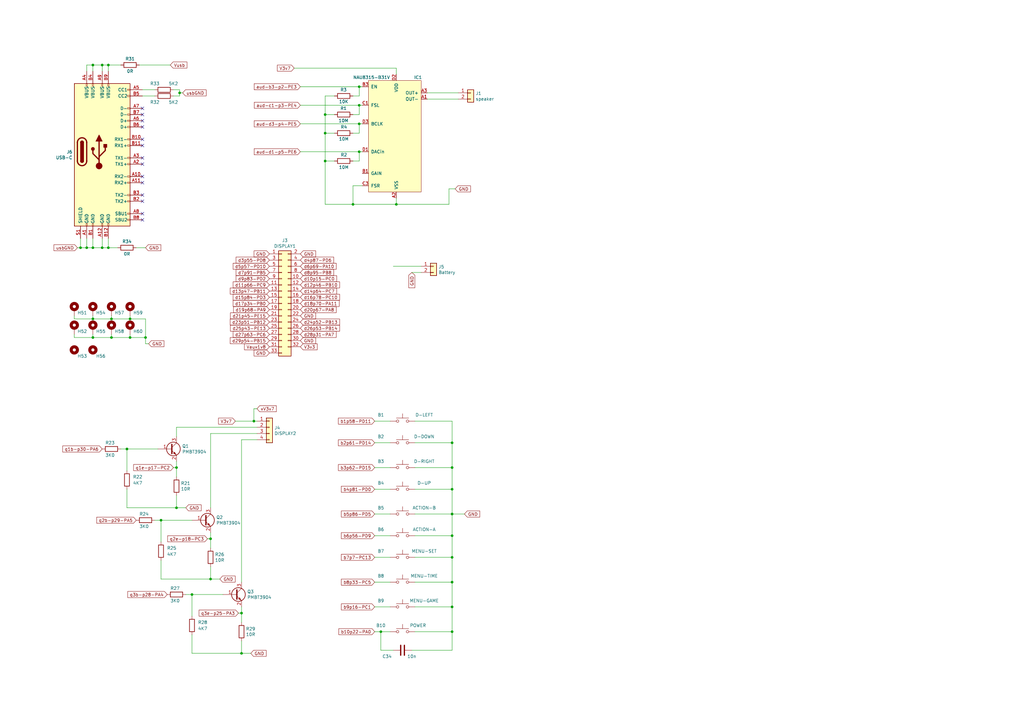
<source format=kicad_sch>
(kicad_sch (version 20230121) (generator eeschema)
  (paper "A3")
  (title_block (title "G&W") (date "2021-01-03") (rev "1V2") (company "github.com/Upcycle-Electronics/game-and-watch-hardware") (comment 1 "Licensed under the MIT License.") (comment 2 "Copyright (c) 2021 Jake Little"))
  (lib_symbols
    (symbol "Connector_Generic:Conn_01x02" (pin_names (offset 1.016) hide)
      (property "Reference" "J" (at 0 2.54 0))
      (property "Value" "Conn_01x02" (at 0 -5.08 0))
      (symbol "Conn_01x02_1_1"
        (rectangle (start -1.27 -2.413) (end 0 -2.667) (stroke (width 0.1524)))
        (rectangle (start -1.27 0.127) (end 0 -0.127) (stroke (width 0.1524)))
        (rectangle (start -1.27 1.27) (end 1.27 -3.81) (stroke (width 0.254)) (fill (type background)))
        (pin passive line (at -5.08 0 0) (length 3.81) (name "Pin_1") (number "1"))
        (pin passive line (at -5.08 -2.54 0) (length 3.81) (name "Pin_2") (number "2"))
      )
    )
    (symbol "Connector_Generic:Conn_01x04" (pin_names (offset 1.016) hide)
      (property "Reference" "J" (at 0 5.08 0))
      (property "Value" "Conn_01x04" (at 0 -7.62 0))
      (symbol "Conn_01x04_1_1"
        (rectangle (start -1.27 -4.953) (end 0 -5.207) (stroke (width 0.1524)))
        (rectangle (start -1.27 -2.413) (end 0 -2.667) (stroke (width 0.1524)))
        (rectangle (start -1.27 0.127) (end 0 -0.127) (stroke (width 0.1524)))
        (rectangle (start -1.27 2.667) (end 0 2.413) (stroke (width 0.1524)))
        (rectangle (start -1.27 3.81) (end 1.27 -6.35) (stroke (width 0.254)) (fill (type background)))
        (pin passive line (at -5.08 2.54 0) (length 3.81) (name "Pin_1") (number "1"))
        (pin passive line (at -5.08 0 0) (length 3.81) (name "Pin_2") (number "2"))
        (pin passive line (at -5.08 -2.54 0) (length 3.81) (name "Pin_3") (number "3"))
        (pin passive line (at -5.08 -5.08 0) (length 3.81) (name "Pin_4") (number "4"))
      )
    )
    (symbol "Connector_Generic:Conn_2Rows-33Pins" (pin_names (offset 1.016) hide)
      (property "Reference" "J" (at 1.27 22.86 0))
      (property "Value" "Conn_2Rows-33Pins" (at 1.27 -22.86 0))
      (symbol "Conn_2Rows-33Pins_1_1"
        (rectangle (start -1.27 -20.193) (end 0 -20.447) (stroke (width 0.1524)))
        (rectangle (start -1.27 -17.653) (end 0 -17.907) (stroke (width 0.1524)))
        (rectangle (start -1.27 -15.113) (end 0 -15.367) (stroke (width 0.1524)))
        (rectangle (start -1.27 -12.573) (end 0 -12.827) (stroke (width 0.1524)))
        (rectangle (start -1.27 -10.033) (end 0 -10.287) (stroke (width 0.1524)))
        (rectangle (start -1.27 -7.493) (end 0 -7.747) (stroke (width 0.1524)))
        (rectangle (start -1.27 -4.953) (end 0 -5.207) (stroke (width 0.1524)))
        (rectangle (start -1.27 -2.413) (end 0 -2.667) (stroke (width 0.1524)))
        (rectangle (start -1.27 0.127) (end 0 -0.127) (stroke (width 0.1524)))
        (rectangle (start -1.27 2.667) (end 0 2.413) (stroke (width 0.1524)))
        (rectangle (start -1.27 5.207) (end 0 4.953) (stroke (width 0.1524)))
        (rectangle (start -1.27 7.747) (end 0 7.493) (stroke (width 0.1524)))
        (rectangle (start -1.27 10.287) (end 0 10.033) (stroke (width 0.1524)))
        (rectangle (start -1.27 12.827) (end 0 12.573) (stroke (width 0.1524)))
        (rectangle (start -1.27 15.367) (end 0 15.113) (stroke (width 0.1524)))
        (rectangle (start -1.27 17.907) (end 0 17.653) (stroke (width 0.1524)))
        (rectangle (start -1.27 20.447) (end 0 20.193) (stroke (width 0.1524)))
        (rectangle (start -1.27 21.59) (end 3.81 -21.59) (stroke (width 0.254)) (fill (type background)))
        (rectangle (start 3.81 -17.653) (end 2.54 -17.907) (stroke (width 0.1524)))
        (rectangle (start 3.81 -15.113) (end 2.54 -15.367) (stroke (width 0.1524)))
        (rectangle (start 3.81 -12.573) (end 2.54 -12.827) (stroke (width 0.1524)))
        (rectangle (start 3.81 -10.033) (end 2.54 -10.287) (stroke (width 0.1524)))
        (rectangle (start 3.81 -7.493) (end 2.54 -7.747) (stroke (width 0.1524)))
        (rectangle (start 3.81 -4.953) (end 2.54 -5.207) (stroke (width 0.1524)))
        (rectangle (start 3.81 -2.413) (end 2.54 -2.667) (stroke (width 0.1524)))
        (rectangle (start 3.81 0.127) (end 2.54 -0.127) (stroke (width 0.1524)))
        (rectangle (start 3.81 2.667) (end 2.54 2.413) (stroke (width 0.1524)))
        (rectangle (start 3.81 5.207) (end 2.54 4.953) (stroke (width 0.1524)))
        (rectangle (start 3.81 7.747) (end 2.54 7.493) (stroke (width 0.1524)))
        (rectangle (start 3.81 10.287) (end 2.54 10.033) (stroke (width 0.1524)))
        (rectangle (start 3.81 12.827) (end 2.54 12.573) (stroke (width 0.1524)))
        (rectangle (start 3.81 15.367) (end 2.54 15.113) (stroke (width 0.1524)))
        (rectangle (start 3.81 17.907) (end 2.54 17.653) (stroke (width 0.1524)))
        (rectangle (start 3.81 20.447) (end 2.54 20.193) (stroke (width 0.1524)))
        (pin passive line (at -5.08 20.32 0) (length 3.81) (name "Pin_1") (number "1"))
        (pin passive line (at 7.62 10.16 180) (length 3.81) (name "Pin_10") (number "10"))
        (pin passive line (at -5.08 7.62 0) (length 3.81) (name "Pin_11") (number "11"))
        (pin passive line (at 7.62 7.62 180) (length 3.81) (name "Pin_12") (number "12"))
        (pin passive line (at -5.08 5.08 0) (length 3.81) (name "Pin_13") (number "13"))
        (pin passive line (at 7.62 5.08 180) (length 3.81) (name "Pin_14") (number "14"))
        (pin passive line (at -5.08 2.54 0) (length 3.81) (name "Pin_15") (number "15"))
        (pin passive line (at 7.62 2.54 180) (length 3.81) (name "Pin_16") (number "16"))
        (pin passive line (at -5.08 0 0) (length 3.81) (name "Pin_17") (number "17"))
        (pin passive line (at 7.62 0 180) (length 3.81) (name "Pin_18") (number "18"))
        (pin passive line (at -5.08 -2.54 0) (length 3.81) (name "Pin_19") (number "19"))
        (pin passive line (at 7.62 20.32 180) (length 3.81) (name "Pin_2") (number "2"))
        (pin passive line (at 7.62 -2.54 180) (length 3.81) (name "Pin_20") (number "20"))
        (pin passive line (at -5.08 -5.08 0) (length 3.81) (name "Pin_21") (number "21"))
        (pin passive line (at 7.62 -5.08 180) (length 3.81) (name "Pin_22") (number "22"))
        (pin passive line (at -5.08 -7.62 0) (length 3.81) (name "Pin_23") (number "23"))
        (pin passive line (at 7.62 -7.62 180) (length 3.81) (name "Pin_24") (number "24"))
        (pin passive line (at -5.08 -10.16 0) (length 3.81) (name "Pin_25") (number "25"))
        (pin passive line (at 7.62 -10.16 180) (length 3.81) (name "Pin_26") (number "26"))
        (pin passive line (at -5.08 -12.7 0) (length 3.81) (name "Pin_27") (number "27"))
        (pin passive line (at 7.62 -12.7 180) (length 3.81) (name "Pin_28") (number "28"))
        (pin passive line (at -5.08 -15.24 0) (length 3.81) (name "Pin_29") (number "29"))
        (pin passive line (at -5.08 17.78 0) (length 3.81) (name "Pin_3") (number "3"))
        (pin passive line (at 7.62 -15.24 180) (length 3.81) (name "Pin_30") (number "30"))
        (pin passive line (at -5.08 -17.78 0) (length 3.81) (name "Pin_31") (number "31"))
        (pin passive line (at 7.62 -17.78 180) (length 3.81) (name "Pin_32") (number "32"))
        (pin passive line (at -5.08 -20.32 0) (length 3.81) (name "Pin_33") (number "33"))
        (pin passive line (at 7.62 17.78 180) (length 3.81) (name "Pin_4") (number "4"))
        (pin passive line (at -5.08 15.24 0) (length 3.81) (name "Pin_5") (number "5"))
        (pin passive line (at 7.62 15.24 180) (length 3.81) (name "Pin_6") (number "6"))
        (pin passive line (at -5.08 12.7 0) (length 3.81) (name "Pin_7") (number "7"))
        (pin passive line (at 7.62 12.7 180) (length 3.81) (name "Pin_8") (number "8"))
        (pin passive line (at -5.08 10.16 0) (length 3.81) (name "Pin_9") (number "9"))
      )
    )
    (symbol "Device:C" (pin_numbers hide) (pin_names (offset 0.254))
      (property "Reference" "C" (at 0.635 2.54 0))
      (property "Value" "C" (at 0.635 -2.54 0))
      (symbol "C_0_1"
        (polyline (pts (xy -2.032 -0.762) (xy 2.032 -0.762)) (stroke (width 0.508)))
        (polyline (pts (xy -2.032 0.762) (xy 2.032 0.762)) (stroke (width 0.508)))
      )
      (symbol "C_1_1"
        (pin passive line (at 0 3.81 270) (length 2.794) (name "~") (number "1"))
        (pin passive line (at 0 -3.81 90) (length 2.794) (name "~") (number "2"))
      )
    )
    (symbol "Device:R" (pin_numbers hide) (pin_names (offset 0))
      (property "Reference" "R" (at 2.032 0 90))
      (property "Value" "R" (at 0 0 90))
      (symbol "R_0_1"
        (rectangle (start -1.016 -2.54) (end 1.016 2.54) (stroke (width 0.254)))
      )
      (symbol "R_1_1"
        (pin passive line (at 0 3.81 270) (length 1.27) (name "~") (number "1"))
        (pin passive line (at 0 -3.81 90) (length 1.27) (name "~") (number "2"))
      )
    )
    (symbol "Mechanical:MountingHole" (pin_names (offset 1.016))
      (property "Reference" "H" (at 0 5.08 0))
      (property "Value" "MountingHole" (at 0 3.175 0))
      (symbol "MountingHole_0_1"
        (circle (center 0 0) (radius 1.27) (stroke (width 1.27)))
      )
    )
    (symbol "Mechanical:MountingHole_Pad" (pin_numbers hide) (pin_names (offset 1.016) hide)
      (property "Reference" "H" (at 0 6.35 0))
      (property "Value" "MountingHole_Pad" (at 0 4.445 0))
      (symbol "MountingHole_Pad_0_1"
        (circle (center 0 1.27) (radius 1.27) (stroke (width 1.27)))
      )
      (symbol "MountingHole_Pad_1_1"
        (pin input line (at 0 -2.54 90) (length 2.54) (name "1") (number "1"))
      )
    )
    (symbol "Switch:SW_Push" (pin_numbers hide) (pin_names (offset 1.016) hide)
      (property "Reference" "SW" (at 1.27 2.54 0))
      (property "Value" "SW_Push" (at 0 -1.524 0))
      (symbol "SW_Push_0_1"
        (circle (center -2.032 0) (radius 0.508))
        (polyline (pts (xy 0 1.27) (xy 0 3.048)))
        (polyline (pts (xy 2.54 1.27) (xy -2.54 1.27)))
        (circle (center 2.032 0) (radius 0.508))
        (pin passive line (at -5.08 0 0) (length 2.54) (name "1") (number "1"))
        (pin passive line (at 5.08 0 180) (length 2.54) (name "2") (number "2"))
      )
    )
    (symbol "Transistor_BJT:MMBT3904" (pin_names (offset 0) hide)
      (property "Reference" "Q" (at 5.08 1.905 0))
      (property "Value" "MMBT3904" (at 5.08 0 0))
      (symbol "MMBT3904_0_1"
        (polyline (pts (xy 0.635 0.635) (xy 2.54 2.54)))
        (polyline (pts (xy 0.635 -0.635) (xy 2.54 -2.54) (xy 2.54 -2.54)))
        (polyline (pts (xy 0.635 1.905) (xy 0.635 -1.905) (xy 0.635 -1.905)) (stroke (width 0.508)))
        (polyline (pts (xy 1.27 -1.778) (xy 1.778 -1.27) (xy 2.286 -2.286) (xy 1.27 -1.778) (xy 1.27 -1.778)) (fill (type outline)))
        (circle (center 1.27 0) (radius 2.8194) (stroke (width 0.254)))
      )
      (symbol "MMBT3904_1_1"
        (pin input line (at -5.08 0 0) (length 5.715) (name "B") (number "1"))
        (pin passive line (at 2.54 -5.08 90) (length 2.54) (name "E") (number "2"))
        (pin passive line (at 2.54 5.08 270) (length 2.54) (name "C") (number "3"))
      )
    )
    (symbol "gnw_library:NAU8315" (pin_names (offset 1.016))
      (property "Reference" "IC" (at 7.62 15.24 0))
      (property "Value" "gnw_library_NAU8315" (at 7.62 15.24 0))
      (symbol "NAU8315_0_1"
        (rectangle (start -11.43 13.97) (end 10.16 -31.75) (fill (type background)))
      )
      (symbol "NAU8315_1_1"
        (pin output line (at 12.7 6.35 180) (length 2.54) (name "OUT-") (number "A1"))
        (pin power_in line (at 0 -34.29 90) (length 2.54) (name "VSS") (number "A2"))
        (pin output line (at 12.7 8.89 180) (length 2.54) (name "OUT+") (number "A3"))
        (pin input line (at -13.97 -24.13 0) (length 2.54) (name "GAIN") (number "B1"))
        (pin passive line (at 0 16.51 270) (length 2.54) hide (name "VDD") (number "B2"))
        (pin power_in line (at -13.97 11.43 0) (length 2.54) (name "EN") (number "B3"))
        (pin input line (at -13.97 3.81 0) (length 2.54) (name "FSL") (number "C1"))
        (pin passive line (at 0 16.51 270) (length 2.54) hide (name "VDD") (number "C2"))
        (pin input line (at -13.97 -29.21 0) (length 2.54) (name "FSR") (number "C3"))
        (pin input line (at -13.97 -15.24 0) (length 2.54) (name "DACin") (number "D1"))
        (pin power_in line (at 0 16.51 270) (length 2.54) (name "VDD") (number "D2"))
        (pin input line (at -13.97 -3.81 0) (length 2.54) (name "BCLK") (number "D3"))
      )
    )
    (symbol "gnw_library:USB-C" (pin_names (offset 1.016))
      (property "Reference" "U" (at -1.27 17.78 0))
      (property "Value" "gnw_library_USB-C" (at -1.27 17.78 0))
      (symbol "USB-C_1_1"
        (rectangle (start -11.43 27.94) (end 11.43 -30.48) (stroke (width 0.254)) (fill (type background)))
        (arc (start -10.16 -3.81) (mid -8.255 -5.7067) (end -6.35 -3.81) (stroke (width 0.508)))
        (arc (start -8.89 -3.81) (mid -8.255 -4.4423) (end -7.62 -3.81) (stroke (width 0.254)))
        (arc (start -8.89 -3.81) (mid -8.255 -4.4423) (end -7.62 -3.81) (stroke (width 0.254)) (fill (type outline)))
        (rectangle (start -8.89 -3.81) (end -7.62 3.81) (stroke (width 0.254)) (fill (type outline)))
        (arc (start -7.62 3.81) (mid -8.255 4.4423) (end -8.89 3.81) (stroke (width 0.254)))
        (arc (start -7.62 3.81) (mid -8.255 4.4423) (end -8.89 3.81) (stroke (width 0.254)) (fill (type outline)))
        (rectangle (start -6.604 -30.48) (end -6.096 -29.464))
        (rectangle (start -6.604 26.924) (end -6.096 27.94))
        (arc (start -6.35 3.81) (mid -8.255 5.7067) (end -10.16 3.81) (stroke (width 0.508)))
        (rectangle (start -4.064 -30.48) (end -3.556 -29.464))
        (rectangle (start -4.064 26.924) (end -3.556 27.94))
        (circle (center -3.81 1.143) (radius 0.635) (stroke (width 0.254)) (fill (type outline)))
        (circle (center -1.27 -5.842) (radius 1.27) (fill (type outline)))
        (rectangle (start -0.254 -30.48) (end 0.254 -29.464))
        (rectangle (start -0.254 26.924) (end 0.254 27.94))
        (polyline (pts (xy -10.16 -3.81) (xy -10.16 3.81)) (stroke (width 0.508)))
        (polyline (pts (xy -6.35 3.81) (xy -6.35 -3.81)) (stroke (width 0.508)))
        (polyline (pts (xy -1.27 -5.842) (xy -1.27 4.318)) (stroke (width 0.508)))
        (polyline (pts (xy -1.27 -3.302) (xy -3.81 -0.762) (xy -3.81 0.508)) (stroke (width 0.508)))
        (polyline (pts (xy -1.27 -2.032) (xy 1.27 0.508) (xy 1.27 1.778)) (stroke (width 0.508)))
        (polyline (pts (xy -2.54 4.318) (xy -1.27 6.858) (xy 0 4.318) (xy -2.54 4.318)) (stroke (width 0.254)) (fill (type outline)))
        (rectangle (start 0.635 1.778) (end 1.905 3.048) (stroke (width 0.254)) (fill (type outline)))
        (rectangle (start 2.286 -30.48) (end 2.794 -29.464))
        (rectangle (start 2.286 26.924) (end 2.794 27.94))
        (rectangle (start 11.43 -27.686) (end 10.414 -28.194))
        (rectangle (start 11.43 -25.146) (end 10.414 -25.654))
        (rectangle (start 11.43 -20.066) (end 10.414 -20.574))
        (rectangle (start 11.43 -17.526) (end 10.414 -18.034))
        (rectangle (start 11.43 -12.446) (end 10.414 -12.954))
        (rectangle (start 11.43 -9.906) (end 10.414 -10.414))
        (rectangle (start 11.43 -4.826) (end 10.414 -5.334))
        (rectangle (start 11.43 -2.286) (end 10.414 -2.794))
        (rectangle (start 11.43 2.794) (end 10.414 2.286))
        (rectangle (start 11.43 5.334) (end 10.414 4.826))
        (rectangle (start 11.43 10.414) (end 10.414 9.906))
        (rectangle (start 11.43 12.954) (end 10.414 12.446))
        (rectangle (start 11.43 15.494) (end 10.414 14.986))
        (rectangle (start 11.43 18.034) (end 10.414 17.526))
        (rectangle (start 11.43 23.114) (end 10.414 22.606))
        (rectangle (start 11.43 25.654) (end 10.414 25.146))
        (pin passive line (at -6.35 -35.56 90) (length 5.08) (name "GND") (number "A1"))
        (pin bidirectional line (at 16.51 -10.16 180) (length 5.08) (name "RX2-") (number "A10"))
        (pin bidirectional line (at 16.51 -12.7 180) (length 5.08) (name "RX2+") (number "A11"))
        (pin passive line (at 0 -35.56 90) (length 5.08) (name "GND") (number "A12"))
        (pin bidirectional line (at 16.51 -5.08 180) (length 5.08) (name "TX1+") (number "A2"))
        (pin bidirectional line (at 16.51 -2.54 180) (length 5.08) (name "TX1-") (number "A3"))
        (pin passive line (at -6.35 33.02 270) (length 5.08) (name "VBUS") (number "A4"))
        (pin bidirectional line (at 16.51 25.4 180) (length 5.08) (name "CC1") (number "A5"))
        (pin bidirectional line (at 16.51 12.7 180) (length 5.08) (name "D+") (number "A6"))
        (pin bidirectional line (at 16.51 17.78 180) (length 5.08) (name "D-") (number "A7"))
        (pin bidirectional line (at 16.51 -25.4 180) (length 5.08) (name "SBU1") (number "A8"))
        (pin passive line (at 0 33.02 270) (length 5.08) (name "VBUS") (number "A9"))
        (pin passive line (at -3.81 -35.56 90) (length 5.08) (name "GND") (number "B1"))
        (pin bidirectional line (at 16.51 5.08 180) (length 5.08) (name "RX1-") (number "B10"))
        (pin bidirectional line (at 16.51 2.54 180) (length 5.08) (name "RX1+") (number "B11"))
        (pin passive line (at 2.54 -35.56 90) (length 5.08) (name "GND") (number "B12"))
        (pin bidirectional line (at 16.51 -20.32 180) (length 5.08) (name "TX2+") (number "B2"))
        (pin bidirectional line (at 16.51 -17.78 180) (length 5.08) (name "TX2-") (number "B3"))
        (pin passive line (at -3.81 33.02 270) (length 5.08) (name "VBUS") (number "B4"))
        (pin bidirectional line (at 16.51 22.86 180) (length 5.08) (name "CC2") (number "B5"))
        (pin bidirectional line (at 16.51 10.16 180) (length 5.08) (name "D+") (number "B6"))
        (pin bidirectional line (at 16.51 15.24 180) (length 5.08) (name "D-") (number "B7"))
        (pin bidirectional line (at 16.51 -27.94 180) (length 5.08) (name "SBU2") (number "B8"))
        (pin passive line (at 2.54 33.02 270) (length 5.08) (name "VBUS") (number "B9"))
        (pin passive line (at -8.89 -35.56 90) (length 5.08) (name "SHIELD") (number "S1"))
      )
    )
  )
  (junction (at 133.35 54.61))
  (junction (at 147.32 43.18))
  (junction (at 104.14 172.72))
  (junction (at 147.32 50.8))
  (junction (at 185.42 238.76))
  (junction (at 35.56 101.6))
  (junction (at 44.45 26.67))
  (junction (at 52.07 184.15))
  (junction (at 133.35 66.04))
  (junction (at 185.42 181.61))
  (junction (at 147.32 62.23))
  (junction (at 156.21 259.08))
  (junction (at 45.72 138.43))
  (junction (at 99.06 267.97))
  (junction (at 41.91 101.6))
  (junction (at 147.32 35.56))
  (junction (at 78.74 243.84))
  (junction (at 133.35 46.99))
  (junction (at 185.42 259.08))
  (junction (at 185.42 210.82))
  (junction (at 33.02 101.6))
  (junction (at 59.69 138.43))
  (junction (at 144.78 83.82))
  (junction (at 38.1 138.43))
  (junction (at 38.1 130.81))
  (junction (at 99.06 251.46))
  (junction (at 45.72 130.81))
  (junction (at 185.42 219.71))
  (junction (at 86.36 237.49))
  (junction (at 41.91 26.67))
  (junction (at 185.42 200.66))
  (junction (at 72.39 191.77))
  (junction (at 72.39 208.28))
  (junction (at 53.34 130.81))
  (junction (at 44.45 101.6))
  (junction (at 53.34 138.43))
  (junction (at 185.42 191.77))
  (junction (at 73.66 38.1))
  (junction (at 162.56 83.82))
  (junction (at 185.42 228.6))
  (junction (at 86.36 220.98))
  (junction (at 38.1 101.6))
  (junction (at 66.04 213.36))
  (junction (at 38.1 26.67))
  (junction (at 185.42 248.92))
  (no_connect (at 58.42 44.45))
  (no_connect (at 58.42 57.15))
  (no_connect (at 58.42 67.31))
  (no_connect (at 58.42 80.01))
  (no_connect (at 58.42 82.55))
  (no_connect (at 58.42 74.93))
  (no_connect (at 58.42 52.07))
  (no_connect (at 58.42 90.17))
  (no_connect (at 58.42 46.99))
  (no_connect (at 58.42 49.53))
  (no_connect (at 58.42 87.63))
  (no_connect (at 58.42 72.39))
  (no_connect (at 58.42 59.69))
  (no_connect (at 58.42 64.77))
  (wire (pts (xy 120.65 27.94) (xy 162.56 27.94)))
  (wire (pts (xy 45.72 129.54) (xy 45.72 130.81)))
  (wire (pts (xy 66.04 222.25) (xy 66.04 213.36)))
  (wire (pts (xy 144.78 39.37) (xy 147.32 39.37)))
  (wire (pts (xy 170.18 219.71) (xy 185.42 219.71)))
  (wire (pts (xy 63.5 39.37) (xy 58.42 39.37)))
  (wire (pts (xy 30.48 130.81) (xy 38.1 130.81)))
  (wire (pts (xy 30.48 129.54) (xy 30.48 130.81)))
  (wire (pts (xy 123.19 62.23) (xy 147.32 62.23)))
  (wire (pts (xy 38.1 129.54) (xy 38.1 130.81)))
  (wire (pts (xy 185.42 172.72) (xy 185.42 181.61)))
  (wire (pts (xy 105.41 167.64) (xy 104.14 167.64)))
  (wire (pts (xy 147.32 50.8) (xy 148.59 50.8)))
  (wire (pts (xy 52.07 200.66) (xy 52.07 208.28)))
  (wire (pts (xy 66.04 213.36) (xy 78.74 213.36)))
  (wire (pts (xy 162.56 27.94) (xy 162.56 30.48)))
  (wire (pts (xy 186.69 77.47) (xy 184.15 77.47)))
  (wire (pts (xy 31.75 101.6) (xy 33.02 101.6)))
  (wire (pts (xy 170.18 238.76) (xy 185.42 238.76)))
  (wire (pts (xy 78.74 252.73) (xy 78.74 243.84)))
  (wire (pts (xy 44.45 26.67) (xy 49.53 26.67)))
  (wire (pts (xy 86.36 224.79) (xy 86.36 220.98)))
  (wire (pts (xy 153.67 181.61) (xy 160.02 181.61)))
  (wire (pts (xy 156.21 259.08) (xy 156.21 266.7)))
  (wire (pts (xy 86.36 208.28) (xy 86.36 177.8)))
  (wire (pts (xy 73.66 36.83) (xy 73.66 38.1)))
  (wire (pts (xy 45.72 138.43) (xy 38.1 138.43)))
  (wire (pts (xy 72.39 179.07) (xy 72.39 175.26)))
  (wire (pts (xy 137.16 39.37) (xy 133.35 39.37)))
  (wire (pts (xy 184.15 77.47) (xy 184.15 83.82)))
  (wire (pts (xy 185.42 200.66) (xy 185.42 210.82)))
  (wire (pts (xy 53.34 137.16) (xy 53.34 138.43)))
  (wire (pts (xy 72.39 175.26) (xy 105.41 175.26)))
  (wire (pts (xy 137.16 54.61) (xy 133.35 54.61)))
  (wire (pts (xy 170.18 191.77) (xy 185.42 191.77)))
  (wire (pts (xy 184.15 83.82) (xy 162.56 83.82)))
  (wire (pts (xy 35.56 101.6) (xy 33.02 101.6)))
  (wire (pts (xy 147.32 54.61) (xy 147.32 50.8)))
  (wire (pts (xy 153.67 191.77) (xy 160.02 191.77)))
  (wire (pts (xy 133.35 39.37) (xy 133.35 46.99)))
  (wire (pts (xy 153.67 200.66) (xy 160.02 200.66)))
  (wire (pts (xy 73.66 39.37) (xy 71.12 39.37)))
  (wire (pts (xy 55.88 101.6) (xy 59.69 101.6)))
  (wire (pts (xy 185.42 219.71) (xy 185.42 228.6)))
  (wire (pts (xy 133.35 54.61) (xy 133.35 66.04)))
  (wire (pts (xy 175.26 40.64) (xy 187.96 40.64)))
  (wire (pts (xy 153.67 259.08) (xy 156.21 259.08)))
  (wire (pts (xy 161.29 266.7) (xy 156.21 266.7)))
  (wire (pts (xy 104.14 167.64) (xy 104.14 172.72)))
  (wire (pts (xy 99.06 267.97) (xy 99.06 262.89)))
  (wire (pts (xy 102.87 267.97) (xy 99.06 267.97)))
  (wire (pts (xy 72.39 191.77) (xy 72.39 189.23)))
  (wire (pts (xy 72.39 208.28) (xy 72.39 203.2)))
  (wire (pts (xy 60.96 140.97) (xy 59.69 140.97)))
  (wire (pts (xy 78.74 260.35) (xy 78.74 267.97)))
  (wire (pts (xy 57.15 26.67) (xy 69.85 26.67)))
  (wire (pts (xy 63.5 213.36) (xy 66.04 213.36)))
  (wire (pts (xy 170.18 181.61) (xy 185.42 181.61)))
  (wire (pts (xy 48.26 101.6) (xy 44.45 101.6)))
  (wire (pts (xy 185.42 181.61) (xy 185.42 191.77)))
  (wire (pts (xy 73.66 38.1) (xy 73.66 39.37)))
  (wire (pts (xy 147.32 62.23) (xy 148.59 62.23)))
  (wire (pts (xy 185.42 228.6) (xy 185.42 238.76)))
  (wire (pts (xy 86.36 177.8) (xy 105.41 177.8)))
  (wire (pts (xy 59.69 138.43) (xy 59.69 140.97)))
  (wire (pts (xy 90.17 237.49) (xy 86.36 237.49)))
  (wire (pts (xy 44.45 29.21) (xy 44.45 26.67)))
  (wire (pts (xy 185.42 238.76) (xy 185.42 248.92)))
  (wire (pts (xy 123.19 43.18) (xy 147.32 43.18)))
  (wire (pts (xy 53.34 138.43) (xy 45.72 138.43)))
  (wire (pts (xy 41.91 29.21) (xy 41.91 26.67)))
  (wire (pts (xy 133.35 66.04) (xy 133.35 83.82)))
  (wire (pts (xy 86.36 237.49) (xy 86.36 232.41)))
  (wire (pts (xy 161.29 109.22) (xy 172.72 109.22)))
  (wire (pts (xy 66.04 237.49) (xy 86.36 237.49)))
  (wire (pts (xy 41.91 101.6) (xy 38.1 101.6)))
  (wire (pts (xy 153.67 228.6) (xy 160.02 228.6)))
  (wire (pts (xy 38.1 29.21) (xy 38.1 26.67)))
  (wire (pts (xy 44.45 97.79) (xy 44.45 101.6)))
  (wire (pts (xy 53.34 129.54) (xy 53.34 130.81)))
  (wire (pts (xy 72.39 195.58) (xy 72.39 191.77)))
  (wire (pts (xy 99.06 255.27) (xy 99.06 251.46)))
  (wire (pts (xy 148.59 76.2) (xy 144.78 76.2)))
  (wire (pts (xy 170.18 259.08) (xy 185.42 259.08)))
  (wire (pts (xy 99.06 180.34) (xy 105.41 180.34)))
  (wire (pts (xy 170.18 210.82) (xy 185.42 210.82)))
  (wire (pts (xy 58.42 36.83) (xy 63.5 36.83)))
  (wire (pts (xy 147.32 43.18) (xy 148.59 43.18)))
  (wire (pts (xy 185.42 248.92) (xy 185.42 259.08)))
  (wire (pts (xy 162.56 83.82) (xy 162.56 81.28)))
  (wire (pts (xy 185.42 210.82) (xy 190.5 210.82)))
  (wire (pts (xy 153.67 219.71) (xy 160.02 219.71)))
  (wire (pts (xy 71.12 191.77) (xy 72.39 191.77)))
  (wire (pts (xy 45.72 130.81) (xy 53.34 130.81)))
  (wire (pts (xy 59.69 130.81) (xy 59.69 138.43)))
  (wire (pts (xy 35.56 29.21) (xy 35.56 26.67)))
  (wire (pts (xy 144.78 76.2) (xy 144.78 83.82)))
  (wire (pts (xy 33.02 101.6) (xy 33.02 97.79)))
  (wire (pts (xy 137.16 46.99) (xy 133.35 46.99)))
  (wire (pts (xy 99.06 238.76) (xy 99.06 180.34)))
  (wire (pts (xy 85.09 220.98) (xy 86.36 220.98)))
  (wire (pts (xy 133.35 46.99) (xy 133.35 54.61)))
  (wire (pts (xy 137.16 66.04) (xy 133.35 66.04)))
  (wire (pts (xy 168.91 266.7) (xy 185.42 266.7)))
  (wire (pts (xy 35.56 26.67) (xy 38.1 26.67)))
  (wire (pts (xy 156.21 259.08) (xy 160.02 259.08)))
  (wire (pts (xy 104.14 172.72) (xy 105.41 172.72)))
  (wire (pts (xy 185.42 210.82) (xy 185.42 219.71)))
  (wire (pts (xy 185.42 259.08) (xy 185.42 266.7)))
  (wire (pts (xy 147.32 35.56) (xy 148.59 35.56)))
  (wire (pts (xy 76.2 208.28) (xy 72.39 208.28)))
  (wire (pts (xy 170.18 248.92) (xy 185.42 248.92)))
  (wire (pts (xy 45.72 137.16) (xy 45.72 138.43)))
  (wire (pts (xy 41.91 26.67) (xy 44.45 26.67)))
  (wire (pts (xy 59.69 138.43) (xy 53.34 138.43)))
  (wire (pts (xy 97.79 251.46) (xy 99.06 251.46)))
  (wire (pts (xy 170.18 200.66) (xy 185.42 200.66)))
  (wire (pts (xy 71.12 36.83) (xy 73.66 36.83)))
  (wire (pts (xy 144.78 46.99) (xy 147.32 46.99)))
  (wire (pts (xy 144.78 66.04) (xy 147.32 66.04)))
  (wire (pts (xy 86.36 220.98) (xy 86.36 218.44)))
  (wire (pts (xy 153.67 248.92) (xy 160.02 248.92)))
  (wire (pts (xy 52.07 184.15) (xy 64.77 184.15)))
  (wire (pts (xy 153.67 210.82) (xy 160.02 210.82)))
  (wire (pts (xy 147.32 66.04) (xy 147.32 62.23)))
  (wire (pts (xy 78.74 243.84) (xy 91.44 243.84)))
  (wire (pts (xy 147.32 46.99) (xy 147.32 43.18)))
  (wire (pts (xy 66.04 229.87) (xy 66.04 237.49)))
  (wire (pts (xy 74.93 38.1) (xy 73.66 38.1)))
  (wire (pts (xy 144.78 54.61) (xy 147.32 54.61)))
  (wire (pts (xy 49.53 184.15) (xy 52.07 184.15)))
  (wire (pts (xy 185.42 191.77) (xy 185.42 200.66)))
  (wire (pts (xy 153.67 238.76) (xy 160.02 238.76)))
  (wire (pts (xy 144.78 83.82) (xy 162.56 83.82)))
  (wire (pts (xy 52.07 193.04) (xy 52.07 184.15)))
  (wire (pts (xy 38.1 101.6) (xy 35.56 101.6)))
  (wire (pts (xy 170.18 228.6) (xy 185.42 228.6)))
  (wire (pts (xy 52.07 208.28) (xy 72.39 208.28)))
  (wire (pts (xy 133.35 83.82) (xy 144.78 83.82)))
  (wire (pts (xy 153.67 172.72) (xy 160.02 172.72)))
  (wire (pts (xy 123.19 35.56) (xy 147.32 35.56)))
  (wire (pts (xy 96.52 172.72) (xy 104.14 172.72)))
  (wire (pts (xy 38.1 138.43) (xy 30.48 138.43)))
  (wire (pts (xy 38.1 97.79) (xy 38.1 101.6)))
  (wire (pts (xy 147.32 39.37) (xy 147.32 35.56)))
  (wire (pts (xy 38.1 137.16) (xy 38.1 138.43)))
  (wire (pts (xy 38.1 130.81) (xy 45.72 130.81)))
  (wire (pts (xy 30.48 138.43) (xy 30.48 137.16)))
  (wire (pts (xy 175.26 38.1) (xy 187.96 38.1)))
  (wire (pts (xy 170.18 172.72) (xy 185.42 172.72)))
  (wire (pts (xy 99.06 251.46) (xy 99.06 248.92)))
  (wire (pts (xy 123.19 50.8) (xy 147.32 50.8)))
  (wire (pts (xy 172.72 111.76) (xy 168.91 111.76)))
  (wire (pts (xy 35.56 97.79) (xy 35.56 101.6)))
  (wire (pts (xy 76.2 243.84) (xy 78.74 243.84)))
  (wire (pts (xy 53.34 130.81) (xy 59.69 130.81)))
  (wire (pts (xy 78.74 267.97) (xy 99.06 267.97)))
  (wire (pts (xy 41.91 97.79) (xy 41.91 101.6)))
  (wire (pts (xy 38.1 26.67) (xy 41.91 26.67)))
  (wire (pts (xy 44.45 101.6) (xy 41.91 101.6)))
  (global_label "d10p15-PC0" (shape input) (at 123.19 114.3 0) (property "Intersheetrefs" "${INTERSHEET_REFS}" (effects hide)))
  (global_label "GND" (shape input) (at 123.19 104.14 0) (property "Intersheetrefs" "${INTERSHEET_REFS}" (effects hide)))
  (global_label "d18p70-PA11" (shape input) (at 123.19 124.46 0) (property "Intersheetrefs" "${INTERSHEET_REFS}" (effects hide)))
  (global_label "d8p95-PB8" (shape input) (at 123.19 111.76 0) (property "Intersheetrefs" "${INTERSHEET_REFS}" (effects hide)))
  (global_label "d15p84-PD3" (shape input) (at 110.49 121.92 180) (property "Intersheetrefs" "${INTERSHEET_REFS}" (effects hide)))
  (global_label "b7p7-PC13" (shape input) (at 153.67 228.6 180) (property "Intersheetrefs" "${INTERSHEET_REFS}" (effects hide)))
  (global_label "b3p62-PD15" (shape input) (at 153.67 191.77 180) (property "Intersheetrefs" "${INTERSHEET_REFS}" (effects hide)))
  (global_label "d6p69-PA10" (shape input) (at 123.19 109.22 0) (property "Intersheetrefs" "${INTERSHEET_REFS}" (effects hide)))
  (global_label "b6p56-PD9" (shape input) (at 153.67 219.71 180) (property "Intersheetrefs" "${INTERSHEET_REFS}" (effects hide)))
  (global_label "aud-c1-p3-PE4" (shape input) (at 123.19 43.18 180) (property "Intersheetrefs" "${INTERSHEET_REFS}" (effects hide)))
  (global_label "d14p64-PC7" (shape input) (at 123.19 119.38 0) (property "Intersheetrefs" "${INTERSHEET_REFS}" (effects hide)))
  (global_label "V3v7" (shape input) (at 120.65 27.94 180) (property "Intersheetrefs" "${INTERSHEET_REFS}" (effects hide)))
  (global_label "b8p33-PC5" (shape input) (at 153.67 238.76 180) (property "Intersheetrefs" "${INTERSHEET_REFS}" (effects hide)))
  (global_label "d7p91-PB5" (shape input) (at 110.49 111.76 180) (property "Intersheetrefs" "${INTERSHEET_REFS}" (effects hide)))
  (global_label "d28p31-PA7" (shape input) (at 123.19 137.16 0) (property "Intersheetrefs" "${INTERSHEET_REFS}" (effects hide)))
  (global_label "q2e-p18-PC3" (shape input) (at 85.09 220.98 180) (property "Intersheetrefs" "${INTERSHEET_REFS}" (effects hide)))
  (global_label "b9p16-PC1" (shape input) (at 153.67 248.92 180) (property "Intersheetrefs" "${INTERSHEET_REFS}" (effects hide)))
  (global_label "aud-d3-p4-PE5" (shape input) (at 123.19 50.8 180) (property "Intersheetrefs" "${INTERSHEET_REFS}" (effects hide)))
  (global_label "b1p58-PD11" (shape input) (at 153.67 172.72 180) (property "Intersheetrefs" "${INTERSHEET_REFS}" (effects hide)))
  (global_label "d4p87-PD6" (shape input) (at 123.19 106.68 0) (property "Intersheetrefs" "${INTERSHEET_REFS}" (effects hide)))
  (global_label "d25p43-PE13" (shape input) (at 110.49 134.62 180) (property "Intersheetrefs" "${INTERSHEET_REFS}" (effects hide)))
  (global_label "d11p66-PC9" (shape input) (at 110.49 116.84 180) (property "Intersheetrefs" "${INTERSHEET_REFS}" (effects hide)))
  (global_label "d19p68-PA9" (shape input) (at 110.49 127 180) (property "Intersheetrefs" "${INTERSHEET_REFS}" (effects hide)))
  (global_label "q2b-p29-PA5" (shape input) (at 55.88 213.36 180) (property "Intersheetrefs" "${INTERSHEET_REFS}" (effects hide)))
  (global_label "GND" (shape input) (at 186.69 77.47 0) (property "Intersheetrefs" "${INTERSHEET_REFS}" (effects hide)))
  (global_label "d26p53-PB14" (shape input) (at 123.19 134.62 0) (property "Intersheetrefs" "${INTERSHEET_REFS}" (effects hide)))
  (global_label "GND" (shape input) (at 123.19 129.54 0) (property "Intersheetrefs" "${INTERSHEET_REFS}" (effects hide)))
  (global_label "q3b-p28-PA4" (shape input) (at 68.58 243.84 180) (property "Intersheetrefs" "${INTERSHEET_REFS}" (effects hide)))
  (global_label "GND" (shape input) (at 102.87 267.97 0) (property "Intersheetrefs" "${INTERSHEET_REFS}" (effects hide)))
  (global_label "usbGND" (shape input) (at 31.75 101.6 180) (property "Intersheetrefs" "${INTERSHEET_REFS}" (effects hide)))
  (global_label "GND" (shape input) (at 59.69 101.6 0) (property "Intersheetrefs" "${INTERSHEET_REFS}" (effects hide)))
  (global_label "d20p67-PA8" (shape input) (at 123.19 127 0) (property "Intersheetrefs" "${INTERSHEET_REFS}" (effects hide)))
  (global_label "usbGND" (shape input) (at 74.93 38.1 0) (property "Intersheetrefs" "${INTERSHEET_REFS}" (effects hide)))
  (global_label "d12p46-PB10" (shape input) (at 123.19 116.84 0) (property "Intersheetrefs" "${INTERSHEET_REFS}" (effects hide)))
  (global_label "GND" (shape input) (at 110.49 144.78 180) (property "Intersheetrefs" "${INTERSHEET_REFS}" (effects hide)))
  (global_label "d3p55-PD8" (shape input) (at 110.49 106.68 180) (property "Intersheetrefs" "${INTERSHEET_REFS}" (effects hide)))
  (global_label "d27p63-PC6" (shape input) (at 110.49 137.16 180) (property "Intersheetrefs" "${INTERSHEET_REFS}" (effects hide)))
  (global_label "GND" (shape input) (at 90.17 237.49 0) (property "Intersheetrefs" "${INTERSHEET_REFS}" (effects hide)))
  (global_label "d5p57-PD10" (shape input) (at 110.49 109.22 180) (property "Intersheetrefs" "${INTERSHEET_REFS}" (effects hide)))
  (global_label "d24p52-PB13" (shape input) (at 123.19 132.08 0) (property "Intersheetrefs" "${INTERSHEET_REFS}" (effects hide)))
  (global_label "b10p22-PA0" (shape input) (at 153.67 259.08 180) (property "Intersheetrefs" "${INTERSHEET_REFS}" (effects hide)))
  (global_label "Vusb" (shape input) (at 69.85 26.67 0) (property "Intersheetrefs" "${INTERSHEET_REFS}" (effects hide)))
  (global_label "d17p34-PB0" (shape input) (at 110.49 124.46 180) (property "Intersheetrefs" "${INTERSHEET_REFS}" (effects hide)))
  (global_label "d29p54-PB15" (shape input) (at 110.49 139.7 180) (property "Intersheetrefs" "${INTERSHEET_REFS}" (effects hide)))
  (global_label "d23p51-PB12" (shape input) (at 110.49 132.08 180) (property "Intersheetrefs" "${INTERSHEET_REFS}" (effects hide)))
  (global_label "V3v7" (shape input) (at 96.52 172.72 180) (property "Intersheetrefs" "${INTERSHEET_REFS}" (effects hide)))
  (global_label "b5p86-PD5" (shape input) (at 153.67 210.82 180) (property "Intersheetrefs" "${INTERSHEET_REFS}" (effects hide)))
  (global_label "b2p61-PD14" (shape input) (at 153.67 181.61 180) (property "Intersheetrefs" "${INTERSHEET_REFS}" (effects hide)))
  (global_label "b4p81-PD0" (shape input) (at 153.67 200.66 180) (property "Intersheetrefs" "${INTERSHEET_REFS}" (effects hide)))
  (global_label "aud-b3-p2-PE3" (shape input) (at 123.19 35.56 180) (property "Intersheetrefs" "${INTERSHEET_REFS}" (effects hide)))
  (global_label "GND" (shape input) (at 110.49 104.14 180) (property "Intersheetrefs" "${INTERSHEET_REFS}" (effects hide)))
  (global_label "Vaux1v8" (shape input) (at 110.49 142.24 180) (property "Intersheetrefs" "${INTERSHEET_REFS}" (effects hide)))
  (global_label "d9p83-PD2" (shape input) (at 110.49 114.3 180) (property "Intersheetrefs" "${INTERSHEET_REFS}" (effects hide)))
  (global_label "aud-d1-p5-PE6" (shape input) (at 123.19 62.23 180) (property "Intersheetrefs" "${INTERSHEET_REFS}" (effects hide)))
  (global_label "GND" (shape input) (at 76.2 208.28 0) (property "Intersheetrefs" "${INTERSHEET_REFS}" (effects hide)))
  (global_label "d16p78-PC10" (shape input) (at 123.19 121.92 0) (property "Intersheetrefs" "${INTERSHEET_REFS}" (effects hide)))
  (global_label "V3v3" (shape input) (at 123.19 142.24 0) (property "Intersheetrefs" "${INTERSHEET_REFS}" (effects hide)))
  (global_label "d21p45-PE15" (shape input) (at 110.49 129.54 180) (property "Intersheetrefs" "${INTERSHEET_REFS}" (effects hide)))
  (global_label "d13p47-PB11" (shape input) (at 110.49 119.38 180) (property "Intersheetrefs" "${INTERSHEET_REFS}" (effects hide)))
  (global_label "q3e-p25-PA3" (shape input) (at 97.79 251.46 180) (property "Intersheetrefs" "${INTERSHEET_REFS}" (effects hide)))
  (global_label "q1b-p30-PA6" (shape input) (at 41.91 184.15 180) (property "Intersheetrefs" "${INTERSHEET_REFS}" (effects hide)))
  (global_label "GND" (shape input) (at 123.19 139.7 0) (property "Intersheetrefs" "${INTERSHEET_REFS}" (effects hide)))
  (global_label "GND" (shape input) (at 168.91 111.76 270) (property "Intersheetrefs" "${INTERSHEET_REFS}" (effects hide)))
  (global_label "GND" (shape input) (at 60.96 140.97 0) (property "Intersheetrefs" "${INTERSHEET_REFS}" (effects hide)))
  (global_label "GND" (shape input) (at 190.5 210.82 0) (property "Intersheetrefs" "${INTERSHEET_REFS}" (effects hide)))
  (global_label "q1e-p17-PC2" (shape input) (at 71.12 191.77 180) (property "Intersheetrefs" "${INTERSHEET_REFS}" (effects hide)))
  (global_label "xV3v7" (shape input) (at 105.41 167.64 0) (property "Intersheetrefs" "${INTERSHEET_REFS}" (effects hide)))
  (symbol (lib_id "Connector_Generic:Conn_01x04") (at 110.49 175.26 0) (unit 1)
    (property "Reference" "J4" (at 112.522 175.4632 0) (effects (justify left)))
    (property "Value" "DISPLAY2" (at 112.522 177.7746 0) (effects (justify left)))
    (property "Footprint" "gnw:Molex_Easy-On_503480-0400_1x04-1MP_P1.00mm_Horizontal" (effects hide))
  )
  (symbol (lib_id "Connector_Generic:Conn_01x02") (at 177.8 109.22 0) (unit 1)
    (property "Reference" "J5" (at 179.832 109.4232 0) (effects (justify left)))
    (property "Value" "Battery" (at 179.832 111.7346 0) (effects (justify left)))
    (property "Footprint" "Connector_Molex:Molex_Pico-EZmate_78171-0002_1x02-1MP_P1.20mm_Vertical" (effects hide))
  )
  (symbol (lib_id "Connector_Generic:Conn_2Rows-33Pins") (at 115.57 124.46 0) (unit 1)
    (property "Reference" "J3" (at 116.84 98.6282 0))
    (property "Value" "DISPLAY1" (at 116.84 100.9396 0))
    (property "Footprint" "gnw:Molex_502078-3310_2Rows-33Pins-1MP_P0.5mm-int0.25mm_Horizontal" (effects hide))
  )
  (symbol (lib_id "Transistor_BJT:MMBT3904") (at 69.85 184.15 0) (unit 1)
    (property "Reference" "Q1" (at 74.7014 182.9816 0) (effects (justify left)))
    (property "Value" "PMBT3904" (at 74.7014 185.293 0) (effects (justify left)))
    (property "Footprint" "Package_TO_SOT_SMD:SOT-23" (effects hide))
    (property "Datasheet" "https://www.onsemi.com/pub/Collateral/2N3903-D.PDF" (effects hide))
  )
  (symbol (lib_id "Device:R") (at 45.72 184.15 270) (unit 1)
    (property "Reference" "R23" (at 43.18 181.61 90) (effects (justify left)))
    (property "Value" "3K0" (at 43.18 186.69 90) (effects (justify left)))
    (property "Footprint" "Resistor_SMD:R_0201_0603Metric" (effects hide))
  )
  (symbol (lib_id "Device:R") (at 52.07 196.85 0) (mirror y) (unit 1)
    (property "Reference" "R22" (at 58.42 195.58 0) (effects (justify left)))
    (property "Value" "4K7" (at 58.42 198.12 0) (effects (justify left)))
    (property "Footprint" "Resistor_SMD:R_0201_0603Metric" (effects hide))
  )
  (symbol (lib_id "Device:R") (at 72.39 199.39 0) (unit 1)
    (property "Reference" "R21" (at 74.168 198.2216 0) (effects (justify left)))
    (property "Value" "10R" (at 74.168 200.533 0) (effects (justify left)))
    (property "Footprint" "Resistor_SMD:R_0201_0603Metric" (effects hide))
  )
  (symbol (lib_id "Connector_Generic:Conn_01x02") (at 193.04 38.1 0) (unit 1)
    (property "Reference" "J1" (at 195.072 38.3032 0) (effects (justify left)))
    (property "Value" "speaker" (at 195.072 40.6146 0) (effects (justify left)))
    (property "Footprint" "gnw:Speaker" (effects hide))
  )
  (symbol (lib_id "Device:R") (at 53.34 26.67 270) (unit 1)
    (property "Reference" "R31" (at 53.34 24.13 90))
    (property "Value" "0R" (at 53.34 29.21 90))
    (property "Footprint" "Resistor_SMD:R_0402_1005Metric" (effects hide))
  )
  (symbol (lib_id "Transistor_BJT:MMBT3904") (at 83.82 213.36 0) (unit 1)
    (property "Reference" "Q2" (at 88.6714 212.1916 0) (effects (justify left)))
    (property "Value" "PMBT3904" (at 88.6714 214.503 0) (effects (justify left)))
    (property "Footprint" "Package_TO_SOT_SMD:SOT-23" (effects hide))
    (property "Datasheet" "https://www.onsemi.com/pub/Collateral/2N3903-D.PDF" (effects hide))
  )
  (symbol (lib_id "Device:R") (at 59.69 213.36 270) (unit 1)
    (property "Reference" "R24" (at 57.15 210.82 90) (effects (justify left)))
    (property "Value" "3K0" (at 57.15 215.9 90) (effects (justify left)))
    (property "Footprint" "Resistor_SMD:R_0201_0603Metric" (effects hide))
  )
  (symbol (lib_id "Device:R") (at 66.04 226.06 0) (mirror y) (unit 1)
    (property "Reference" "R25" (at 72.39 224.79 0) (effects (justify left)))
    (property "Value" "4K7" (at 72.39 227.33 0) (effects (justify left)))
    (property "Footprint" "Resistor_SMD:R_0201_0603Metric" (effects hide))
  )
  (symbol (lib_id "Device:R") (at 86.36 228.6 0) (unit 1)
    (property "Reference" "R26" (at 88.138 227.4316 0) (effects (justify left)))
    (property "Value" "10R" (at 88.138 229.743 0) (effects (justify left)))
    (property "Footprint" "Resistor_SMD:R_0201_0603Metric" (effects hide))
  )
  (symbol (lib_id "Transistor_BJT:MMBT3904") (at 96.52 243.84 0) (unit 1)
    (property "Reference" "Q3" (at 101.3714 242.6716 0) (effects (justify left)))
    (property "Value" "PMBT3904" (at 101.3714 244.983 0) (effects (justify left)))
    (property "Footprint" "Package_TO_SOT_SMD:SOT-23" (effects hide))
    (property "Datasheet" "https://www.onsemi.com/pub/Collateral/2N3903-D.PDF" (effects hide))
  )
  (symbol (lib_id "Device:R") (at 72.39 243.84 270) (unit 1)
    (property "Reference" "R27" (at 69.85 241.3 90) (effects (justify left)))
    (property "Value" "3K0" (at 69.85 246.38 90) (effects (justify left)))
    (property "Footprint" "Resistor_SMD:R_0201_0603Metric" (effects hide))
  )
  (symbol (lib_id "Device:R") (at 78.74 256.54 0) (mirror y) (unit 1)
    (property "Reference" "R28" (at 85.09 255.27 0) (effects (justify left)))
    (property "Value" "4K7" (at 85.09 257.81 0) (effects (justify left)))
    (property "Footprint" "Resistor_SMD:R_0201_0603Metric" (effects hide))
  )
  (symbol (lib_id "Device:R") (at 99.06 259.08 0) (unit 1)
    (property "Reference" "R29" (at 100.838 257.9116 0) (effects (justify left)))
    (property "Value" "10R" (at 100.838 260.223 0) (effects (justify left)))
    (property "Footprint" "Resistor_SMD:R_0201_0603Metric" (effects hide))
  )
  (symbol (lib_id "Device:R") (at 52.07 101.6 270) (unit 1)
    (property "Reference" "R34" (at 52.07 99.06 90))
    (property "Value" "0R" (at 52.07 104.14 90))
    (property "Footprint" "Resistor_SMD:R_0603_1608Metric" (effects hide))
  )
  (symbol (lib_id "Device:R") (at 67.31 36.83 270) (unit 1)
    (property "Reference" "R33" (at 63.5 34.29 90))
    (property "Value" "5K2" (at 71.12 34.29 90))
    (property "Footprint" "Resistor_SMD:R_0201_0603Metric" (effects hide))
  )
  (symbol (lib_id "Device:R") (at 67.31 39.37 90) (unit 1)
    (property "Reference" "R32" (at 63.5 41.91 90))
    (property "Value" "5K2" (at 71.12 41.91 90))
    (property "Footprint" "Resistor_SMD:R_0201_0603Metric" (effects hide))
  )
  (symbol (lib_id "gnw_library:NAU8315") (at 162.56 46.99 0) (unit 1)
    (property "Reference" "IC1" (at 171.45 31.75 0))
    (property "Value" "NAU8315-B31V" (at 152.4 31.75 0))
    (property "Footprint" "gnw:WLCSP-12_1.18x1.95_Layout3x4_P0.4mm" (effects hide))
  )
  (symbol (lib_id "Mechanical:MountingHole_Pad") (at 30.48 127 0) (unit 1)
    (property "Reference" "H51" (at 31.75 128.27 0) (effects (justify left)))
    (property "Value" "MountingHole_Pad" (effects hide))
    (property "Footprint" "gnw:MountingHole_2.0mm" (effects hide))
  )
  (symbol (lib_id "Mechanical:MountingHole_Pad") (at 38.1 127 0) (unit 1)
    (property "Reference" "H54" (at 39.37 128.27 0) (effects (justify left)))
    (property "Value" "MountingHole_Pad" (effects hide))
    (property "Footprint" "gnw:MountingHole_2.0mm" (effects hide))
  )
  (symbol (lib_id "Mechanical:MountingHole_Pad") (at 45.72 127 0) (unit 1)
    (property "Reference" "H57" (at 46.99 128.27 0) (effects (justify left)))
    (property "Value" "MountingHole_Pad" (effects hide))
    (property "Footprint" "gnw:MountingHole_2.0mm" (effects hide))
  )
  (symbol (lib_id "Mechanical:MountingHole_Pad") (at 53.34 134.62 0) (unit 1)
    (property "Reference" "H60" (at 54.61 135.89 0) (effects (justify left)))
    (property "Value" "MountingHole_Pad" (effects hide))
    (property "Footprint" "gnw:MountingHole_2.0mm" (effects hide))
  )
  (symbol (lib_id "Mechanical:MountingHole_Pad") (at 30.48 134.62 0) (unit 1)
    (property "Reference" "H52" (at 31.75 135.89 0) (effects (justify left)))
    (property "Value" "MountingHole_Pad" (effects hide))
    (property "Footprint" "gnw:MountingHole_2.0mm" (effects hide))
  )
  (symbol (lib_id "Mechanical:MountingHole_Pad") (at 38.1 134.62 0) (unit 1)
    (property "Reference" "H55" (at 39.37 135.89 0) (effects (justify left)))
    (property "Value" "MountingHole_Pad" (effects hide))
    (property "Footprint" "gnw:MountingHole_2.0mm" (effects hide))
  )
  (symbol (lib_id "Mechanical:MountingHole_Pad") (at 45.72 134.62 0) (unit 1)
    (property "Reference" "H58" (at 46.99 135.89 0) (effects (justify left)))
    (property "Value" "MountingHole_Pad" (effects hide))
    (property "Footprint" "gnw:MountingHole_2.0mm" (effects hide))
  )
  (symbol (lib_id "Switch:SW_Push") (at 165.1 172.72 0) (unit 1)
    (property "Reference" "B1" (at 156.21 170.18 0))
    (property "Value" "D-LEFT" (at 173.99 170.18 0))
    (property "Footprint" "gnw:Button_Carbon-Contact_Round_5.00mm" (effects hide))
  )
  (symbol (lib_id "Switch:SW_Push") (at 165.1 181.61 0) (unit 1)
    (property "Reference" "B2" (at 156.21 179.07 0))
    (property "Value" "D-DOWN" (at 173.99 179.07 0))
    (property "Footprint" "gnw:Button_Carbon-Contact_Round_5.00mm" (effects hide))
  )
  (symbol (lib_id "Switch:SW_Push") (at 165.1 191.77 0) (unit 1)
    (property "Reference" "B3" (at 156.21 189.23 0))
    (property "Value" "D-RIGHT" (at 173.99 189.23 0))
    (property "Footprint" "gnw:Button_Carbon-Contact_Round_5.00mm" (effects hide))
  )
  (symbol (lib_id "Switch:SW_Push") (at 165.1 200.66 0) (unit 1)
    (property "Reference" "B4" (at 156.21 198.12 0))
    (property "Value" "D-UP" (at 173.99 198.12 0))
    (property "Footprint" "gnw:Button_Carbon-Contact_Round_5.00mm" (effects hide))
  )
  (symbol (lib_id "Switch:SW_Push") (at 165.1 210.82 0) (unit 1)
    (property "Reference" "B5" (at 156.21 208.28 0))
    (property "Value" "ACTION-B" (at 173.99 208.28 0))
    (property "Footprint" "gnw:Button_Carbon-Contact_Round_6.5mm" (effects hide))
  )
  (symbol (lib_id "Switch:SW_Push") (at 165.1 219.71 0) (unit 1)
    (property "Reference" "B6" (at 156.21 217.17 0))
    (property "Value" "ACTION-A" (at 173.99 217.17 0))
    (property "Footprint" "gnw:Button_Carbon-Contact_Round_6.5mm" (effects hide))
  )
  (symbol (lib_id "Switch:SW_Push") (at 165.1 228.6 0) (unit 1)
    (property "Reference" "B7" (at 156.21 226.06 0))
    (property "Value" "MENU-SET" (at 173.99 226.06 0))
    (property "Footprint" "gnw:Button_Carbon-Contact_Round_5.00mm" (effects hide))
  )
  (symbol (lib_id "Switch:SW_Push") (at 165.1 238.76 0) (unit 1)
    (property "Reference" "B8" (at 156.21 236.22 0))
    (property "Value" "MENU-TIME" (at 173.99 236.22 0))
    (property "Footprint" "gnw:Button_Carbon-Contact_Round_5.00mm" (effects hide))
  )
  (symbol (lib_id "Switch:SW_Push") (at 165.1 248.92 0) (unit 1)
    (property "Reference" "B9" (at 156.21 246.38 0))
    (property "Value" "MENU-GAME" (at 173.99 246.38 0))
    (property "Footprint" "gnw:Button_Carbon-Contact_Round_5.00mm" (effects hide))
  )
  (symbol (lib_id "Switch:SW_Push") (at 165.1 259.08 0) (mirror y) (unit 1)
    (property "Reference" "B10" (at 156.21 256.54 0))
    (property "Value" "POWER" (at 171.45 256.54 0))
    (property "Footprint" "gnw:SW_PUSH_1P1T_Horizontal_Nintendo_GnW" (effects hide))
  )
  (symbol (lib_id "Device:C") (at 165.1 266.7 90) (unit 1)
    (property "Reference" "C34" (at 158.75 269.24 90))
    (property "Value" "10n" (at 168.91 269.24 90))
    (property "Footprint" "Capacitor_SMD:C_0201_0603Metric" (effects hide))
  )
  (symbol (lib_id "Mechanical:MountingHole") (at 30.48 143.51 0) (unit 1)
    (property "Reference" "H53" (at 31.75 146.05 0) (effects (justify left)))
    (property "Value" "MountingHole" (effects hide))
    (property "Footprint" "gnw:MountingSlot_NC_1.3x2.2mm" (effects hide))
  )
  (symbol (lib_id "Mechanical:MountingHole") (at 38.1 143.51 0) (unit 1)
    (property "Reference" "H56" (at 39.37 146.05 0) (effects (justify left)))
    (property "Value" "MountingHole" (effects hide))
    (property "Footprint" "gnw:MountingHole_NC_1.5mm" (effects hide))
  )
  (symbol (lib_id "Mechanical:MountingHole_Pad") (at 53.34 127 0) (unit 1)
    (property "Reference" "H59" (at 54.61 128.27 0) (effects (justify left)))
    (property "Value" "MountingHole_Pad" (effects hide))
    (property "Footprint" "gnw:MountingHole_2.0mm" (effects hide))
  )
  (symbol (lib_id "Device:R") (at 140.97 46.99 90) (unit 1)
    (property "Reference" "R1" (at 142.24 44.45 90) (effects (justify left)))
    (property "Value" "10M" (at 142.9258 49.4792 90) (effects (justify left)))
    (property "Footprint" "Resistor_SMD:R_0201_0603Metric" (effects hide))
  )
  (symbol (lib_id "Device:R") (at 140.97 66.04 270) (unit 1)
    (property "Reference" "R2" (at 139.7 63.5 90) (effects (justify left)))
    (property "Value" "10M" (at 138.9634 68.6054 90) (effects (justify left)))
    (property "Footprint" "Resistor_SMD:R_0201_0603Metric" (effects hide))
  )
  (symbol (lib_id "Device:R") (at 140.97 39.37 90) (unit 1)
    (property "Reference" "R3" (at 142.24 36.83 90) (effects (justify left)))
    (property "Value" "10K" (at 142.9258 41.6814 90) (effects (justify left)))
    (property "Footprint" "Resistor_SMD:R_0201_0603Metric" (effects hide))
  )
  (symbol (lib_id "Device:R") (at 140.97 54.61 270) (unit 1)
    (property "Reference" "R4" (at 139.7 52.07 90) (effects (justify left)))
    (property "Value" "10M" (at 138.9634 56.9976 90) (effects (justify left)))
    (property "Footprint" "Resistor_SMD:R_0201_0603Metric" (effects hide))
  )
  (symbol (lib_id "gnw_library:USB-C") (at 41.91 62.23 0) (unit 1)
    (property "Reference" "J6" (at 29.718 62.3316 0) (effects (justify right)))
    (property "Value" "USB-C" (at 29.718 64.643 0) (effects (justify right)))
    (property "Footprint" "gnw:USB_C_Receptacle_JAE_DX07BN24JA2" (effects hide))
  )
)
</source>
